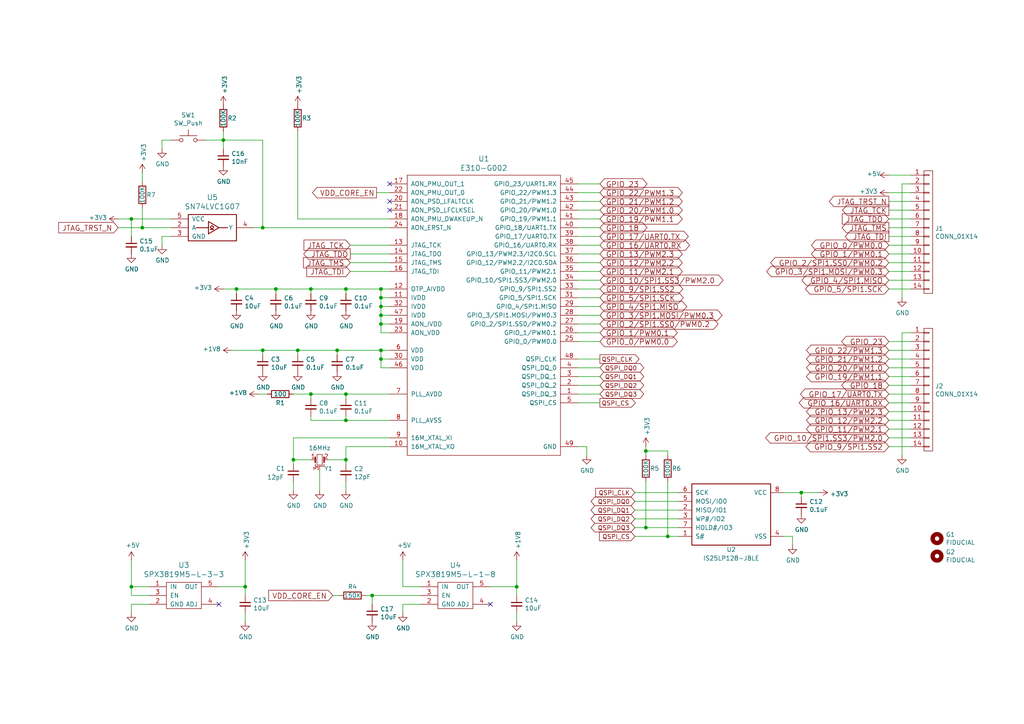
<source format=kicad_sch>
(kicad_sch (version 20250114) (generator "eeschema") (generator_version "9.0")
  (paper "A4")
  (title_block (title "LoFive") (rev "1") (company "QWERTY Embedded Design, LLC"))
  (lib_symbols
    (symbol "Switch:SW_Push" (pin_numbers (hide yes)) (pin_names (offset 1.016) (hide yes))
      (property "Reference" "SW" (at 1.27 2.54 0))
      (property "Value" "SW_Push" (at 0 -1.524 0))
      (symbol "SW_Push_0_1"
        (circle (center -2.032 0) (radius 0.508))
        (polyline (pts (xy 0 1.27) (xy 0 3.048)))
        (circle (center 2.032 0) (radius 0.508))
        (polyline (pts (xy 2.54 1.27) (xy -2.54 1.27)))
        (pin passive line (at -5.08 0 0) (length 2.54) (name "1") (number "1"))
        (pin passive line (at 5.08 0 180) (length 2.54) (name "2") (number "2"))
      )
    )
    (symbol "device:C_Small" (pin_numbers (hide yes)) (pin_names (offset 0.254) (hide yes))
      (property "Reference" "C" (at 0.254 1.778 0))
      (property "Value" "device_C_Small" (at 0.254 -2.032 0))
      (symbol "C_Small_0_1"
        (polyline (pts (xy -1.524 0.508) (xy 1.524 0.508)) (stroke (width 0.3048)))
        (polyline (pts (xy -1.524 -0.508) (xy 1.524 -0.508)) (stroke (width 0.3302)))
      )
      (symbol "C_Small_1_1"
        (pin passive line (at 0 2.54 270) (length 2.032) (name "~") (number "1"))
        (pin passive line (at 0 -2.54 90) (length 2.032) (name "~") (number "2"))
      )
    )
    (symbol "device:R" (pin_numbers (hide yes)) (pin_names (offset 0))
      (property "Reference" "R" (at 2.032 0 90))
      (property "Value" "device_R" (at 0 0 90))
      (symbol "R_0_1"
        (rectangle (start -1.016 -2.54) (end 1.016 2.54) (stroke (width 0.254)))
      )
      (symbol "R_1_1"
        (pin passive line (at 0 3.81 270) (length 1.27) (name "~") (number "1"))
        (pin passive line (at 0 -3.81 90) (length 1.27) (name "~") (number "2"))
      )
    )
    (symbol "e310-g000:E310-G002" (pin_names (offset 1.016))
      (property "Reference" "U" (at -5.08 35.56 0))
      (property "Value" "E310-G002" (at -1.27 -49.53 0))
      (symbol "E310-G002_0_1"
        (rectangle (start -24.13 33.02) (end 20.32 -48.26))
      )
      (symbol "E310-G002_1_1"
        (pin power_out line (at -29.21 30.48 0) (length 5.08) (name "AON_PMU_OUT_1") (number "17"))
        (pin power_out line (at -29.21 27.94 0) (length 5.08) (name "AON_PMU_OUT_0") (number "22"))
        (pin input line (at -29.21 25.4 0) (length 5.08) (name "AON_PSD_LFALTCLK") (number "20"))
        (pin input line (at -29.21 22.86 0) (length 5.08) (name "AON_PSD_LFCLKSEL") (number "21"))
        (pin input line (at -29.21 20.32 0) (length 5.08) (name "AON_PMU_DWAKEUP_N") (number "18"))
        (pin input line (at -29.21 17.78 0) (length 5.08) (name "AON_ERST_N") (number "24"))
        (pin input line (at -29.21 12.7 0) (length 5.08) (name "JTAG_TCK") (number "13"))
        (pin output line (at -29.21 10.16 0) (length 5.08) (name "JTAG_TDO") (number "14"))
        (pin input line (at -29.21 7.62 0) (length 5.08) (name "JTAG_TMS") (number "15"))
        (pin input line (at -29.21 5.08 0) (length 5.08) (name "JTAG_TDI") (number "16"))
        (pin power_in line (at -29.21 0 0) (length 5.08) (name "OTP_AIVDD") (number "12"))
        (pin power_in line (at -29.21 -2.54 0) (length 5.08) (name "IVDD") (number "11"))
        (pin power_in line (at -29.21 -5.08 0) (length 5.08) (name "IVDD") (number "32"))
        (pin power_in line (at -29.21 -7.62 0) (length 5.08) (name "IVDD") (number "47"))
        (pin power_in line (at -29.21 -10.16 0) (length 5.08) (name "AON_IVDD") (number "19"))
        (pin power_in line (at -29.21 -12.7 0) (length 5.08) (name "AON_VDD") (number "23"))
        (pin power_in line (at -29.21 -17.78 0) (length 5.08) (name "VDD") (number "6"))
        (pin power_in line (at -29.21 -20.32 0) (length 5.08) (name "VDD") (number "30"))
        (pin power_in line (at -29.21 -22.86 0) (length 5.08) (name "VDD") (number "46"))
        (pin power_in line (at -29.21 -30.48 0) (length 5.08) (name "PLL_AVDD") (number "7"))
        (pin power_in line (at -29.21 -38.1 0) (length 5.08) (name "PLL_AVSS") (number "8"))
        (pin input line (at -29.21 -43.18 0) (length 5.08) (name "16M_XTAL_XI") (number "9"))
        (pin output line (at -29.21 -45.72 0) (length 5.08) (name "16M_XTAL_XO") (number "10"))
        (pin bidirectional line (at 25.4 30.48 180) (length 5.08) (name "GPIO_23/UART1.RX") (number "45"))
        (pin bidirectional line (at 25.4 27.94 180) (length 5.08) (name "GPIO_22/PWM1.3") (number "44"))
        (pin bidirectional line (at 25.4 25.4 180) (length 5.08) (name "GPIO_21/PWM1.2") (number "43"))
        (pin bidirectional line (at 25.4 22.86 180) (length 5.08) (name "GPIO_20/PWM1.0") (number "42"))
        (pin bidirectional line (at 25.4 20.32 180) (length 5.08) (name "GPIO_19/PWM1.1") (number "41"))
        (pin bidirectional line (at 25.4 17.78 180) (length 5.08) (name "GPIO_18/UART1.TX") (number "40"))
        (pin bidirectional line (at 25.4 15.24 180) (length 5.08) (name "GPIO_17/UART0.TX") (number "39"))
        (pin bidirectional line (at 25.4 12.7 180) (length 5.08) (name "GPIO_16/UART0.RX") (number "38"))
        (pin bidirectional line (at 25.4 10.16 180) (length 5.08) (name "GPIO_13/PWM2.3/I2C0.SCL") (number "37"))
        (pin bidirectional line (at 25.4 7.62 180) (length 5.08) (name "GPIO_12/PWM2.2/I2C0.SDA") (number "36"))
        (pin bidirectional line (at 25.4 5.08 180) (length 5.08) (name "GPIO_11/PWM2.1") (number "35"))
        (pin bidirectional line (at 25.4 2.54 180) (length 5.08) (name "GPIO_10/SPI1.SS3/PWM2.0") (number "34"))
        (pin bidirectional line (at 25.4 0 180) (length 5.08) (name "GPIO_9/SPI1.SS2") (number "33"))
        (pin bidirectional line (at 25.4 -2.54 180) (length 5.08) (name "GPIO_5/SPI1.SCK") (number "31"))
        (pin bidirectional line (at 25.4 -5.08 180) (length 5.08) (name "GPIO_4/SPI1.MISO") (number "29"))
        (pin bidirectional line (at 25.4 -7.62 180) (length 5.08) (name "GPIO_3/SPI1.MOSI/PWM0.3") (number "28"))
        (pin bidirectional line (at 25.4 -10.16 180) (length 5.08) (name "GPIO_2/SPI1.SS0/PWM0.2") (number "27"))
        (pin bidirectional line (at 25.4 -12.7 180) (length 5.08) (name "GPIO_1/PWM0.1") (number "26"))
        (pin bidirectional line (at 25.4 -15.24 180) (length 5.08) (name "GPIO_0/PWM0.0") (number "25"))
        (pin output line (at 25.4 -20.32 180) (length 5.08) (name "QSPI_CLK") (number "48"))
        (pin bidirectional line (at 25.4 -22.86 180) (length 5.08) (name "QSPI_DQ_0") (number "4"))
        (pin bidirectional line (at 25.4 -25.4 180) (length 5.08) (name "QSPI_DQ_1") (number "3"))
        (pin bidirectional line (at 25.4 -27.94 180) (length 5.08) (name "QSPI_DQ_2") (number "2"))
        (pin bidirectional line (at 25.4 -30.48 180) (length 5.08) (name "QSPI_DQ_3") (number "1"))
        (pin output line (at 25.4 -33.02 180) (length 5.08) (name "QSPI_CS") (number "5"))
        (pin power_in line (at 25.4 -45.72 180) (length 5.08) (name "GND") (number "49"))
      )
    )
    (symbol "is25lp128:IS25LP128" (pin_names (offset 1.016))
      (property "Reference" "U" (at -10.16 10.16 0))
      (property "Value" "IS25LP128" (at 7.62 -10.16 0))
      (symbol "IS25LP128_0_1"
        (rectangle (start -11.43 8.89) (end 11.43 -8.89) (stroke (width 0.254)))
      )
      (symbol "IS25LP128_1_1"
        (pin power_in line (at -15.24 6.35 0) (length 3.81) (name "VCC") (number "8"))
        (pin power_in line (at -15.24 -6.35 0) (length 3.81) (name "VSS") (number "4"))
        (pin input line (at 15.24 6.35 180) (length 3.81) (name "SCK") (number "6"))
        (pin bidirectional line (at 15.24 3.81 180) (length 3.81) (name "MOSI/IO0") (number "5"))
        (pin bidirectional line (at 15.24 1.27 180) (length 3.81) (name "MISO/IO1") (number "2"))
        (pin bidirectional line (at 15.24 -1.27 180) (length 3.81) (name "WP#/IO2") (number "3"))
        (pin bidirectional line (at 15.24 -3.81 180) (length 3.81) (name "HOLD#/IO3") (number "7"))
        (pin input line (at 15.24 -6.35 180) (length 3.81) (name "S#") (number "1"))
      )
    )
    (symbol "lofive-rescue:+1V8" (power) (pin_names (offset 0))
      (property "Value" "+1V8" (at 0 3.556 0))
      (symbol "+1V8_0_1"
        (polyline (pts (xy -0.762 1.27) (xy 0 2.54)))
        (polyline (pts (xy 0 2.54) (xy 0.762 1.27)))
        (polyline (pts (xy 0 0) (xy 0 2.54)))
      )
      (symbol "+1V8_1_1"
        (pin power_in line (at 0 0 90) (length 0) (hide yes) (name "+1V8") (number "1"))
      )
    )
    (symbol "lofive-rescue:+3V3" (power) (pin_names (offset 0))
      (property "Value" "+3V3" (at 0 3.556 0))
      (symbol "+3V3_0_1"
        (polyline (pts (xy -0.762 1.27) (xy 0 2.54)))
        (polyline (pts (xy 0 2.54) (xy 0.762 1.27)))
        (polyline (pts (xy 0 0) (xy 0 2.54)))
      )
      (symbol "+3V3_1_1"
        (pin power_in line (at 0 0 90) (length 0) (hide yes) (name "+3V3") (number "1"))
      )
    )
    (symbol "lofive-rescue:+5V" (power) (pin_names (offset 0))
      (property "Value" "+5V" (at 0 3.556 0))
      (symbol "+5V_0_1"
        (polyline (pts (xy -0.762 1.27) (xy 0 2.54)))
        (polyline (pts (xy 0 2.54) (xy 0.762 1.27)))
        (polyline (pts (xy 0 0) (xy 0 2.54)))
      )
      (symbol "+5V_1_1"
        (pin power_in line (at 0 0 90) (length 0) (hide yes) (name "+5V") (number "1"))
      )
    )
    (symbol "lofive-rescue:CONN_01X14" (pin_names (offset 1.016) (hide yes))
      (property "Reference" "J" (at 0 19.05 0))
      (property "Value" "CONN_01X14" (at 2.54 0 90))
      (symbol "CONN_01X14_0_1"
        (rectangle (start -1.27 17.78) (end 1.27 -17.78))
        (rectangle (start -1.27 16.637) (end 0.254 16.383))
        (rectangle (start -1.27 14.097) (end 0.254 13.843))
        (rectangle (start -1.27 11.557) (end 0.254 11.303))
        (rectangle (start -1.27 9.017) (end 0.254 8.763))
        (rectangle (start -1.27 6.477) (end 0.254 6.223))
        (rectangle (start -1.27 3.937) (end 0.254 3.683))
        (rectangle (start -1.27 1.397) (end 0.254 1.143))
        (rectangle (start -1.27 -1.143) (end 0.254 -1.397))
        (rectangle (start -1.27 -3.683) (end 0.254 -3.937))
        (rectangle (start -1.27 -6.223) (end 0.254 -6.477))
        (rectangle (start -1.27 -8.763) (end 0.254 -9.017))
        (rectangle (start -1.27 -11.303) (end 0.254 -11.557))
        (rectangle (start -1.27 -13.843) (end 0.254 -14.097))
        (rectangle (start -1.27 -16.383) (end 0.254 -16.637))
      )
      (symbol "CONN_01X14_1_1"
        (pin passive line (at -5.08 16.51 0) (length 3.81) (name "P1") (number "1"))
        (pin passive line (at -5.08 13.97 0) (length 3.81) (name "P2") (number "2"))
        (pin passive line (at -5.08 11.43 0) (length 3.81) (name "P3") (number "3"))
        (pin passive line (at -5.08 8.89 0) (length 3.81) (name "P4") (number "4"))
        (pin passive line (at -5.08 6.35 0) (length 3.81) (name "P5") (number "5"))
        (pin passive line (at -5.08 3.81 0) (length 3.81) (name "P6") (number "6"))
        (pin passive line (at -5.08 1.27 0) (length 3.81) (name "P7") (number "7"))
        (pin passive line (at -5.08 -1.27 0) (length 3.81) (name "P8") (number "8"))
        (pin passive line (at -5.08 -3.81 0) (length 3.81) (name "P9") (number "9"))
        (pin passive line (at -5.08 -6.35 0) (length 3.81) (name "P10") (number "10"))
        (pin passive line (at -5.08 -8.89 0) (length 3.81) (name "P11") (number "11"))
        (pin passive line (at -5.08 -11.43 0) (length 3.81) (name "P12") (number "12"))
        (pin passive line (at -5.08 -13.97 0) (length 3.81) (name "P13") (number "13"))
        (pin passive line (at -5.08 -16.51 0) (length 3.81) (name "P14") (number "14"))
      )
    )
    (symbol "lofive-rescue:C_Small" (pin_numbers (hide yes)) (pin_names (offset 0.254) (hide yes))
      (property "Reference" "C" (at 0.254 1.778 0))
      (property "Value" "C_Small" (at 0.254 -2.032 0))
      (symbol "C_Small_0_1"
        (polyline (pts (xy -1.524 0.508) (xy 1.524 0.508)) (stroke (width 0.3048)))
        (polyline (pts (xy -1.524 -0.508) (xy 1.524 -0.508)) (stroke (width 0.3302)))
      )
      (symbol "C_Small_1_1"
        (pin passive line (at 0 2.54 270) (length 2.032) (name "~") (number "1"))
        (pin passive line (at 0 -2.54 90) (length 2.032) (name "~") (number "2"))
      )
    )
    (symbol "lofive-rescue:Crystal_GND3_Small" (pin_names (offset 1.016) (hide yes))
      (property "Reference" "Y" (at 0 5.08 0))
      (property "Value" "Crystal_GND3_Small" (at 0 3.175 0))
      (symbol "Crystal_GND3_Small_0_1"
        (polyline (pts (xy -1.27 -0.762) (xy -1.27 0.762)) (stroke (width 0.381)))
        (polyline (pts (xy -1.27 -1.27) (xy -1.27 -1.905) (xy 1.27 -1.905) (xy 1.27 -1.27)))
        (rectangle (start -0.762 -1.524) (end 0.762 1.524))
        (polyline (pts (xy 1.27 -0.762) (xy 1.27 0.762)) (stroke (width 0.381)))
      )
      (symbol "Crystal_GND3_Small_1_1"
        (pin passive line (at -2.54 0 0) (length 1.27) (name "1") (number "1"))
        (pin passive line (at 0 -3.175 90) (length 1.27) (name "3") (number "3"))
        (pin passive line (at 2.54 0 180) (length 1.27) (name "2") (number "2"))
      )
    )
    (symbol "lofive-rescue:GND" (power) (pin_names (offset 0))
      (property "Value" "GND" (at 0 -3.81 0))
      (symbol "GND_0_1"
        (polyline (pts (xy 0 0) (xy 0 -1.27) (xy 1.27 -1.27) (xy 0 -2.54) (xy -1.27 -1.27) (xy 0 -1.27)))
      )
      (symbol "GND_1_1"
        (pin power_in line (at 0 0 270) (length 0) (hide yes) (name "GND") (number "1"))
      )
    )
    (symbol "lofive-rescue:Mounting_Hole" (pin_names (offset 1.016))
      (property "Reference" "MK" (at 0 5.08 0))
      (property "Value" "Mounting_Hole" (at 0 3.175 0))
      (symbol "Mounting_Hole_0_1"
        (circle (center 0 0) (radius 1.27) (stroke (width 1.27)))
      )
    )
    (symbol "lofive-rescue:R" (pin_numbers (hide yes)) (pin_names (offset 0))
      (property "Reference" "R" (at 2.032 0 90))
      (property "Value" "R" (at 0 0 90))
      (symbol "R_0_1"
        (rectangle (start -1.016 -2.54) (end 1.016 2.54) (stroke (width 0.254)))
      )
      (symbol "R_1_1"
        (pin passive line (at 0 3.81 270) (length 1.27) (name "~") (number "1"))
        (pin passive line (at 0 -3.81 90) (length 1.27) (name "~") (number "2"))
      )
    )
    (symbol "sn74lvc1g07:SN74LVC1G07" (pin_names (offset 1.016))
      (property "Reference" "U" (at -6.35 5.08 0))
      (property "Value" "SN74LVC1G07" (at 0 -5.08 0))
      (symbol "SN74LVC1G07_0_1"
        (rectangle (start -7.62 -3.81) (end 6.35 3.81) (stroke (width 0.254)))
        (polyline (pts (xy -1.778 0) (xy -5.334 0)) (stroke (width 0.254)))
        (polyline (pts (xy -1.778 -1.778) (xy -1.778 1.778) (xy 1.27 0) (xy -1.778 -1.778)) (stroke (width 0.254)))
        (polyline (pts (xy -1.27 -0.508) (xy -0.254 -0.508)) (stroke (width 0.254)))
        (polyline (pts (xy -0.762 -0.381) (xy -1.27 0.127) (xy -0.762 0.635) (xy -0.254 0.127) (xy -0.762 -0.381)) (stroke (width 0.254)))
        (polyline (pts (xy 1.27 0) (xy 3.81 0)) (stroke (width 0.254)))
      )
      (symbol "SN74LVC1G07_1_1"
        (pin input line (at -12.7 2.54 0) (length 5.08) (name "VCC") (number "5"))
        (pin input line (at -12.7 0 0) (length 5.08) (name "A") (number "2"))
        (pin input line (at -12.7 -2.54 0) (length 5.08) (name "GND") (number "3"))
        (pin input line (at 11.43 0 180) (length 5.08) (name "Y") (number "4"))
        (pin input line (at 11.43 -2.54 180) (length 5.08) (hide yes) (name "NC") (number "1"))
      )
    )
    (symbol "spx3819:SPX3819" (pin_names (offset 1.016))
      (property "Reference" "U" (at 2.54 0 0))
      (property "Value" "SPX3819" (at 0 -5.08 0))
      (symbol "SPX3819_0_1"
        (rectangle (start -5.08 3.81) (end 5.08 -3.81))
      )
      (symbol "SPX3819_1_1"
        (pin power_in line (at -10.16 2.54 0) (length 5.08) (name "IN") (number "1"))
        (pin input line (at -10.16 0 0) (length 5.08) (name "EN") (number "3"))
        (pin power_in line (at -10.16 -2.54 0) (length 5.08) (name "GND") (number "2"))
        (pin power_out line (at 10.16 2.54 180) (length 5.08) (name "OUT") (number "5"))
        (pin input line (at 10.16 -2.54 180) (length 5.08) (name "ADJ") (number "4"))
      )
    )
  )
  (junction (at 64.77 40.64))
  (junction (at 110.49 86.36))
  (junction (at 100.33 133.35))
  (junction (at 187.325 130.81))
  (junction (at 71.12 170.18))
  (junction (at 187.325 153.035))
  (junction (at 86.36 101.6))
  (junction (at 232.41 142.875))
  (junction (at 38.1 170.18))
  (junction (at 100.33 114.3))
  (junction (at 149.86 170.18))
  (junction (at 80.01 83.82))
  (junction (at 68.58 83.82))
  (junction (at 110.49 101.6))
  (junction (at 193.675 155.575))
  (junction (at 110.49 88.9))
  (junction (at 90.17 83.82))
  (junction (at 100.33 121.92))
  (junction (at 107.95 172.72))
  (junction (at 110.49 104.14))
  (junction (at 90.17 114.3))
  (junction (at 76.2 66.04))
  (junction (at 100.33 83.82))
  (junction (at 110.49 91.44))
  (junction (at 41.275 66.04))
  (junction (at 38.1 63.5))
  (junction (at 110.49 83.82))
  (junction (at 85.09 133.35))
  (junction (at 110.49 93.98))
  (junction (at 97.79 101.6))
  (junction (at 76.2 101.6))
  (no_connect (at 63.5 175.26))
  (no_connect (at 113.03 58.42))
  (no_connect (at 113.03 53.34))
  (no_connect (at 142.24 175.26))
  (no_connect (at 113.03 60.96))
  (wire (pts (xy 85.09 127) (xy 85.09 133.35)))
  (wire (pts (xy 113.03 83.82) (xy 110.49 83.82)))
  (wire (pts (xy 116.84 162.56) (xy 116.84 170.18)))
  (wire (pts (xy 116.84 175.26) (xy 121.92 175.26)))
  (wire (pts (xy 193.675 132.08) (xy 193.675 130.81)))
  (wire (pts (xy 257.81 50.8) (xy 264.16 50.8)))
  (wire (pts (xy 184.15 142.875) (xy 196.85 142.875)))
  (wire (pts (xy 167.64 99.06) (xy 173.99 99.06)))
  (wire (pts (xy 110.49 83.82) (xy 110.49 86.36)))
  (wire (pts (xy 257.81 99.06) (xy 264.16 99.06)))
  (wire (pts (xy 257.81 81.28) (xy 264.16 81.28)))
  (wire (pts (xy 101.6 73.66) (xy 113.03 73.66)))
  (wire (pts (xy 229.87 155.575) (xy 229.87 158.115)))
  (wire (pts (xy 100.33 133.35) (xy 100.33 134.62)))
  (wire (pts (xy 257.81 76.2) (xy 264.16 76.2)))
  (wire (pts (xy 167.64 96.52) (xy 173.99 96.52)))
  (wire (pts (xy 257.81 60.96) (xy 264.16 60.96)))
  (wire (pts (xy 187.325 139.7) (xy 187.325 153.035)))
  (wire (pts (xy 167.64 104.14) (xy 173.99 104.14)))
  (wire (pts (xy 257.81 55.88) (xy 264.16 55.88)))
  (wire (pts (xy 232.41 142.875) (xy 237.49 142.875)))
  (wire (pts (xy 149.86 180.34) (xy 149.86 177.8)))
  (wire (pts (xy 100.33 121.92) (xy 100.33 120.65)))
  (wire (pts (xy 41.275 66.04) (xy 49.53 66.04)))
  (wire (pts (xy 41.275 50.165) (xy 41.275 52.705)))
  (wire (pts (xy 167.64 93.98) (xy 173.99 93.98)))
  (wire (pts (xy 187.325 129.54) (xy 187.325 130.81)))
  (wire (pts (xy 76.2 101.6) (xy 86.36 101.6)))
  (wire (pts (xy 43.18 175.26) (xy 38.1 175.26)))
  (wire (pts (xy 100.33 115.57) (xy 100.33 114.3)))
  (wire (pts (xy 167.64 55.88) (xy 173.99 55.88)))
  (wire (pts (xy 38.1 68.58) (xy 38.1 63.5)))
  (wire (pts (xy 90.17 133.35) (xy 85.09 133.35)))
  (wire (pts (xy 80.01 83.82) (xy 90.17 83.82)))
  (wire (pts (xy 34.29 63.5) (xy 38.1 63.5)))
  (wire (pts (xy 257.81 109.22) (xy 264.16 109.22)))
  (wire (pts (xy 96.52 172.72) (xy 98.425 172.72)))
  (wire (pts (xy 92.71 136.525) (xy 92.71 142.24)))
  (wire (pts (xy 167.64 91.44) (xy 173.99 91.44)))
  (wire (pts (xy 76.2 102.87) (xy 76.2 101.6)))
  (wire (pts (xy 167.64 53.34) (xy 173.99 53.34)))
  (wire (pts (xy 100.33 83.82) (xy 110.49 83.82)))
  (wire (pts (xy 116.84 175.26) (xy 116.84 177.8)))
  (wire (pts (xy 227.33 142.875) (xy 232.41 142.875)))
  (wire (pts (xy 107.95 172.72) (xy 121.92 172.72)))
  (wire (pts (xy 68.58 83.82) (xy 80.01 83.82)))
  (wire (pts (xy 193.675 155.575) (xy 196.85 155.575)))
  (wire (pts (xy 167.64 66.04) (xy 173.99 66.04)))
  (wire (pts (xy 68.58 85.09) (xy 68.58 83.82)))
  (wire (pts (xy 167.64 58.42) (xy 173.99 58.42)))
  (wire (pts (xy 38.1 170.18) (xy 43.18 170.18)))
  (wire (pts (xy 100.33 139.7) (xy 100.33 142.24)))
  (wire (pts (xy 257.81 127) (xy 264.16 127)))
  (wire (pts (xy 49.53 40.64) (xy 46.99 40.64)))
  (wire (pts (xy 257.81 121.92) (xy 264.16 121.92)))
  (wire (pts (xy 167.64 129.54) (xy 170.18 129.54)))
  (wire (pts (xy 257.81 83.82) (xy 264.16 83.82)))
  (wire (pts (xy 101.6 71.12) (xy 113.03 71.12)))
  (wire (pts (xy 193.675 139.7) (xy 193.675 155.575)))
  (wire (pts (xy 110.49 96.52) (xy 110.49 93.98)))
  (wire (pts (xy 257.81 101.6) (xy 264.16 101.6)))
  (wire (pts (xy 67.31 101.6) (xy 76.2 101.6)))
  (wire (pts (xy 64.77 83.82) (xy 68.58 83.82)))
  (wire (pts (xy 110.49 106.68) (xy 113.03 106.68)))
  (wire (pts (xy 90.17 83.82) (xy 100.33 83.82)))
  (wire (pts (xy 64.77 38.1) (xy 64.77 40.64)))
  (wire (pts (xy 71.12 170.18) (xy 71.12 172.72)))
  (wire (pts (xy 167.64 111.76) (xy 173.99 111.76)))
  (wire (pts (xy 257.81 124.46) (xy 264.16 124.46)))
  (wire (pts (xy 149.86 170.18) (xy 149.86 172.72)))
  (wire (pts (xy 110.49 104.14) (xy 113.03 104.14)))
  (wire (pts (xy 110.49 93.98) (xy 113.03 93.98)))
  (wire (pts (xy 85.09 133.35) (xy 85.09 134.62)))
  (wire (pts (xy 110.49 101.6) (xy 110.49 104.14)))
  (wire (pts (xy 90.17 114.3) (xy 90.17 115.57)))
  (wire (pts (xy 261.62 53.34) (xy 261.62 86.36)))
  (wire (pts (xy 63.5 170.18) (xy 71.12 170.18)))
  (wire (pts (xy 167.64 106.68) (xy 173.99 106.68)))
  (wire (pts (xy 257.81 68.58) (xy 264.16 68.58)))
  (wire (pts (xy 232.41 144.145) (xy 232.41 142.875)))
  (wire (pts (xy 110.49 88.9) (xy 113.03 88.9)))
  (wire (pts (xy 100.33 129.54) (xy 100.33 133.35)))
  (wire (pts (xy 90.17 120.65) (xy 90.17 121.92)))
  (wire (pts (xy 167.64 73.66) (xy 173.99 73.66)))
  (wire (pts (xy 59.69 40.64) (xy 64.77 40.64)))
  (wire (pts (xy 86.36 102.87) (xy 86.36 101.6)))
  (wire (pts (xy 85.09 127) (xy 113.03 127)))
  (wire (pts (xy 113.03 55.88) (xy 109.22 55.88)))
  (wire (pts (xy 142.24 170.18) (xy 149.86 170.18)))
  (wire (pts (xy 110.49 86.36) (xy 110.49 88.9)))
  (wire (pts (xy 106.045 172.72) (xy 107.95 172.72)))
  (wire (pts (xy 113.03 96.52) (xy 110.49 96.52)))
  (wire (pts (xy 73.66 66.04) (xy 76.2 66.04)))
  (wire (pts (xy 167.64 81.28) (xy 173.99 81.28)))
  (wire (pts (xy 257.81 104.14) (xy 264.16 104.14)))
  (wire (pts (xy 167.64 71.12) (xy 173.99 71.12)))
  (wire (pts (xy 184.15 147.955) (xy 196.85 147.955)))
  (wire (pts (xy 64.77 40.64) (xy 64.77 43.18)))
  (wire (pts (xy 257.81 58.42) (xy 264.16 58.42)))
  (wire (pts (xy 101.6 76.2) (xy 113.03 76.2)))
  (wire (pts (xy 184.15 153.035) (xy 187.325 153.035)))
  (wire (pts (xy 90.17 121.92) (xy 100.33 121.92)))
  (wire (pts (xy 100.33 129.54) (xy 113.03 129.54)))
  (wire (pts (xy 110.49 91.44) (xy 113.03 91.44)))
  (wire (pts (xy 187.325 153.035) (xy 196.85 153.035)))
  (wire (pts (xy 167.64 86.36) (xy 173.99 86.36)))
  (wire (pts (xy 257.81 78.74) (xy 264.16 78.74)))
  (wire (pts (xy 257.81 73.66) (xy 264.16 73.66)))
  (wire (pts (xy 46.99 68.58) (xy 46.99 71.12)))
  (wire (pts (xy 41.275 60.325) (xy 41.275 66.04)))
  (wire (pts (xy 167.64 88.9) (xy 173.99 88.9)))
  (wire (pts (xy 184.15 155.575) (xy 193.675 155.575)))
  (wire (pts (xy 85.09 139.7) (xy 85.09 142.24)))
  (wire (pts (xy 167.64 60.96) (xy 173.99 60.96)))
  (wire (pts (xy 71.12 180.34) (xy 71.12 177.8)))
  (wire (pts (xy 257.81 111.76) (xy 264.16 111.76)))
  (wire (pts (xy 90.17 114.3) (xy 100.33 114.3)))
  (wire (pts (xy 110.49 86.36) (xy 113.03 86.36)))
  (wire (pts (xy 95.25 133.35) (xy 100.33 133.35)))
  (wire (pts (xy 74.93 114.3) (xy 77.47 114.3)))
  (wire (pts (xy 227.33 155.575) (xy 229.87 155.575)))
  (wire (pts (xy 257.81 114.3) (xy 264.16 114.3)))
  (wire (pts (xy 257.81 66.04) (xy 264.16 66.04)))
  (wire (pts (xy 110.49 104.14) (xy 110.49 106.68)))
  (wire (pts (xy 107.95 175.26) (xy 107.95 172.72)))
  (wire (pts (xy 257.81 63.5) (xy 264.16 63.5)))
  (wire (pts (xy 90.17 85.09) (xy 90.17 83.82)))
  (wire (pts (xy 64.77 40.64) (xy 76.2 40.64)))
  (wire (pts (xy 38.1 162.56) (xy 38.1 170.18)))
  (wire (pts (xy 193.675 130.81) (xy 187.325 130.81)))
  (wire (pts (xy 97.79 101.6) (xy 110.49 101.6)))
  (wire (pts (xy 49.53 68.58) (xy 46.99 68.58)))
  (wire (pts (xy 85.09 114.3) (xy 90.17 114.3)))
  (wire (pts (xy 110.49 88.9) (xy 110.49 91.44)))
  (wire (pts (xy 46.99 40.64) (xy 46.99 43.18)))
  (wire (pts (xy 100.33 114.3) (xy 113.03 114.3)))
  (wire (pts (xy 167.64 114.3) (xy 173.99 114.3)))
  (wire (pts (xy 257.81 71.12) (xy 264.16 71.12)))
  (wire (pts (xy 80.01 85.09) (xy 80.01 83.82)))
  (wire (pts (xy 86.36 38.1) (xy 86.36 63.5)))
  (wire (pts (xy 261.62 132.08) (xy 261.62 96.52)))
  (wire (pts (xy 170.18 129.54) (xy 170.18 132.08)))
  (wire (pts (xy 97.79 102.87) (xy 97.79 101.6)))
  (wire (pts (xy 110.49 101.6) (xy 113.03 101.6)))
  (wire (pts (xy 257.81 106.68) (xy 264.16 106.68)))
  (wire (pts (xy 149.86 162.56) (xy 149.86 170.18)))
  (wire (pts (xy 76.2 66.04) (xy 113.03 66.04)))
  (wire (pts (xy 167.64 78.74) (xy 173.99 78.74)))
  (wire (pts (xy 167.64 63.5) (xy 173.99 63.5)))
  (wire (pts (xy 257.81 116.84) (xy 264.16 116.84)))
  (wire (pts (xy 167.64 76.2) (xy 173.99 76.2)))
  (wire (pts (xy 110.49 93.98) (xy 110.49 91.44)))
  (wire (pts (xy 71.12 162.56) (xy 71.12 170.18)))
  (wire (pts (xy 38.1 170.18) (xy 38.1 172.72)))
  (wire (pts (xy 261.62 96.52) (xy 264.16 96.52)))
  (wire (pts (xy 100.33 121.92) (xy 113.03 121.92)))
  (wire (pts (xy 167.64 83.82) (xy 173.99 83.82)))
  (wire (pts (xy 116.84 170.18) (xy 121.92 170.18)))
  (wire (pts (xy 38.1 175.26) (xy 38.1 177.8)))
  (wire (pts (xy 167.64 116.84) (xy 173.99 116.84)))
  (wire (pts (xy 264.16 53.34) (xy 261.62 53.34)))
  (wire (pts (xy 86.36 101.6) (xy 97.79 101.6)))
  (wire (pts (xy 38.1 172.72) (xy 43.18 172.72)))
  (wire (pts (xy 100.33 85.09) (xy 100.33 83.82)))
  (wire (pts (xy 187.325 130.81) (xy 187.325 132.08)))
  (wire (pts (xy 38.1 63.5) (xy 49.53 63.5)))
  (wire (pts (xy 34.29 66.04) (xy 41.275 66.04)))
  (wire (pts (xy 257.81 119.38) (xy 264.16 119.38)))
  (wire (pts (xy 101.6 78.74) (xy 113.03 78.74)))
  (wire (pts (xy 257.81 129.54) (xy 264.16 129.54)))
  (wire (pts (xy 184.15 150.495) (xy 196.85 150.495)))
  (wire (pts (xy 167.64 68.58) (xy 173.99 68.58)))
  (wire (pts (xy 76.2 40.64) (xy 76.2 66.04)))
  (wire (pts (xy 86.36 63.5) (xy 113.03 63.5)))
  (wire (pts (xy 184.15 145.415) (xy 196.85 145.415)))
  (wire (pts (xy 167.64 109.22) (xy 173.99 109.22)))
  (global_label "GPIO_3/SPI1.MOSI/PWM0.3" (shape bidirectional) (at 173.99 91.44 0) (effects (font (size 1.524 1.524))) (property "Intersheetrefs" "${INTERSHEET_REFS}" (effects (hide yes))))
  (global_label "GPIO_23" (shape bidirectional) (at 173.99 53.34 0) (effects (font (size 1.524 1.524))) (property "Intersheetrefs" "${INTERSHEET_REFS}" (effects (hide yes))))
  (global_label "GPIO_18" (shape bidirectional) (at 257.81 111.76 180) (effects (font (size 1.524 1.524))) (property "Intersheetrefs" "${INTERSHEET_REFS}" (effects (hide yes))))
  (global_label "GPIO_16/UART0.RX" (shape bidirectional) (at 173.99 71.12 0) (effects (font (size 1.524 1.524))) (property "Intersheetrefs" "${INTERSHEET_REFS}" (effects (hide yes))))
  (global_label "GPIO_12/PWM2.2" (shape bidirectional) (at 173.99 76.2 0) (effects (font (size 1.524 1.524))) (property "Intersheetrefs" "${INTERSHEET_REFS}" (effects (hide yes))))
  (global_label "GPIO_22/PWM1.3" (shape bidirectional) (at 173.99 55.88 0) (effects (font (size 1.524 1.524))) (property "Intersheetrefs" "${INTERSHEET_REFS}" (effects (hide yes))))
  (global_label "GPIO_4/SPI1.MISO" (shape bidirectional) (at 257.81 81.28 180) (effects (font (size 1.524 1.524))) (property "Intersheetrefs" "${INTERSHEET_REFS}" (effects (hide yes))))
  (global_label "GPIO_23" (shape bidirectional) (at 257.81 99.06 180) (effects (font (size 1.524 1.524))) (property "Intersheetrefs" "${INTERSHEET_REFS}" (effects (hide yes))))
  (global_label "GPIO_2/SPI1.SS0/PWM0.2" (shape bidirectional) (at 257.81 76.2 180) (effects (font (size 1.524 1.524))) (property "Intersheetrefs" "${INTERSHEET_REFS}" (effects (hide yes))))
  (global_label "GPIO_9/SPI1.SS2" (shape bidirectional) (at 173.99 83.82 0) (effects (font (size 1.524 1.524))) (property "Intersheetrefs" "${INTERSHEET_REFS}" (effects (hide yes))))
  (global_label "QSPI_DQ2" (shape bidirectional) (at 173.99 111.76 0) (property "Intersheetrefs" "${INTERSHEET_REFS}" (effects (hide yes))))
  (global_label "QSPI_DQ1" (shape bidirectional) (at 184.15 147.955 180) (property "Intersheetrefs" "${INTERSHEET_REFS}" (effects (hide yes))))
  (global_label "GPIO_19/PWM1.1" (shape bidirectional) (at 257.81 109.22 180) (effects (font (size 1.524 1.524))) (property "Intersheetrefs" "${INTERSHEET_REFS}" (effects (hide yes))))
  (global_label "GPIO_3/SPI1.MOSI/PWM0.3" (shape bidirectional) (at 257.81 78.74 180) (effects (font (size 1.524 1.524))) (property "Intersheetrefs" "${INTERSHEET_REFS}" (effects (hide yes))))
  (global_label "QSPI_CLK" (shape input) (at 184.15 142.875 180) (property "Intersheetrefs" "${INTERSHEET_REFS}" (effects (hide yes))))
  (global_label "GPIO_2/SPI1.SS0/PWM0.2" (shape bidirectional) (at 173.99 93.98 0) (effects (font (size 1.524 1.524))) (property "Intersheetrefs" "${INTERSHEET_REFS}" (effects (hide yes))))
  (global_label "JTAG_TMS" (shape input) (at 101.6 76.2 180) (effects (font (size 1.524 1.524))) (property "Intersheetrefs" "${INTERSHEET_REFS}" (effects (hide yes))))
  (global_label "GPIO_20/PWM1.0" (shape bidirectional) (at 257.81 106.68 180) (effects (font (size 1.524 1.524))) (property "Intersheetrefs" "${INTERSHEET_REFS}" (effects (hide yes))))
  (global_label "JTAG_TDO" (shape input) (at 257.81 63.5 180) (effects (font (size 1.524 1.524))) (property "Intersheetrefs" "${INTERSHEET_REFS}" (effects (hide yes))))
  (global_label "GPIO_11/PWM2.1" (shape bidirectional) (at 257.81 124.46 180) (effects (font (size 1.524 1.524))) (property "Intersheetrefs" "${INTERSHEET_REFS}" (effects (hide yes))))
  (global_label "GPIO_0/PWM0.0" (shape bidirectional) (at 173.99 99.06 0) (effects (font (size 1.524 1.524))) (property "Intersheetrefs" "${INTERSHEET_REFS}" (effects (hide yes))))
  (global_label "QSPI_CS" (shape input) (at 184.15 155.575 180) (property "Intersheetrefs" "${INTERSHEET_REFS}" (effects (hide yes))))
  (global_label "JTAG_TDI" (shape input) (at 101.6 78.74 180) (effects (font (size 1.524 1.524))) (property "Intersheetrefs" "${INTERSHEET_REFS}" (effects (hide yes))))
  (global_label "GPIO_0/PWM0.0" (shape bidirectional) (at 257.81 71.12 180) (effects (font (size 1.524 1.524))) (property "Intersheetrefs" "${INTERSHEET_REFS}" (effects (hide yes))))
  (global_label "JTAG_TRST_N" (shape input) (at 34.29 66.04 180) (effects (font (size 1.524 1.524))) (property "Intersheetrefs" "${INTERSHEET_REFS}" (effects (hide yes))))
  (global_label "GPIO_4/SPI1.MISO" (shape bidirectional) (at 173.99 88.9 0) (effects (font (size 1.524 1.524))) (property "Intersheetrefs" "${INTERSHEET_REFS}" (effects (hide yes))))
  (global_label "QSPI_CLK" (shape output) (at 173.99 104.14 0) (property "Intersheetrefs" "${INTERSHEET_REFS}" (effects (hide yes))))
  (global_label "GPIO_5/SPI1.SCK" (shape bidirectional) (at 173.99 86.36 0) (effects (font (size 1.524 1.524))) (property "Intersheetrefs" "${INTERSHEET_REFS}" (effects (hide yes))))
  (global_label "GPIO_1/PWM0.1" (shape bidirectional) (at 257.81 73.66 180) (effects (font (size 1.524 1.524))) (property "Intersheetrefs" "${INTERSHEET_REFS}" (effects (hide yes))))
  (global_label "QSPI_DQ3" (shape bidirectional) (at 173.99 114.3 0) (property "Intersheetrefs" "${INTERSHEET_REFS}" (effects (hide yes))))
  (global_label "JTAG_TDO" (shape output) (at 101.6 73.66 180) (effects (font (size 1.524 1.524))) (property "Intersheetrefs" "${INTERSHEET_REFS}" (effects (hide yes))))
  (global_label "GPIO_21/PWM1.2" (shape bidirectional) (at 173.99 58.42 0) (effects (font (size 1.524 1.524))) (property "Intersheetrefs" "${INTERSHEET_REFS}" (effects (hide yes))))
  (global_label "GPIO_9/SPI1.SS2" (shape bidirectional) (at 257.81 129.54 180) (effects (font (size 1.524 1.524))) (property "Intersheetrefs" "${INTERSHEET_REFS}" (effects (hide yes))))
  (global_label "GPIO_5/SPI1.SCK" (shape bidirectional) (at 257.81 83.82 180) (effects (font (size 1.524 1.524))) (property "Intersheetrefs" "${INTERSHEET_REFS}" (effects (hide yes))))
  (global_label "GPIO_11/PWM2.1" (shape bidirectional) (at 173.99 78.74 0) (effects (font (size 1.524 1.524))) (property "Intersheetrefs" "${INTERSHEET_REFS}" (effects (hide yes))))
  (global_label "JTAG_TDI" (shape output) (at 257.81 68.58 180) (effects (font (size 1.524 1.524))) (property "Intersheetrefs" "${INTERSHEET_REFS}" (effects (hide yes))))
  (global_label "GPIO_18" (shape bidirectional) (at 173.99 66.04 0) (effects (font (size 1.524 1.524))) (property "Intersheetrefs" "${INTERSHEET_REFS}" (effects (hide yes))))
  (global_label "GPIO_13/PWM2.3" (shape bidirectional) (at 173.99 73.66 0) (effects (font (size 1.524 1.524))) (property "Intersheetrefs" "${INTERSHEET_REFS}" (effects (hide yes))))
  (global_label "QSPI_CS" (shape output) (at 173.99 116.84 0) (property "Intersheetrefs" "${INTERSHEET_REFS}" (effects (hide yes))))
  (global_label "GPIO_13/PWM2.3" (shape bidirectional) (at 257.81 119.38 180) (effects (font (size 1.524 1.524))) (property "Intersheetrefs" "${INTERSHEET_REFS}" (effects (hide yes))))
  (global_label "QSPI_DQ1" (shape bidirectional) (at 173.99 109.22 0) (property "Intersheetrefs" "${INTERSHEET_REFS}" (effects (hide yes))))
  (global_label "GPIO_17/UART0.TX" (shape bidirectional) (at 257.81 114.3 180) (effects (font (size 1.524 1.524))) (property "Intersheetrefs" "${INTERSHEET_REFS}" (effects (hide yes))))
  (global_label "GPIO_21/PWM1.2" (shape bidirectional) (at 257.81 104.14 180) (effects (font (size 1.524 1.524))) (property "Intersheetrefs" "${INTERSHEET_REFS}" (effects (hide yes))))
  (global_label "GPIO_10/SPI1.SS3/PWM2.0" (shape bidirectional) (at 257.81 127 180) (effects (font (size 1.524 1.524))) (property "Intersheetrefs" "${INTERSHEET_REFS}" (effects (hide yes))))
  (global_label "VDD_CORE_EN" (shape output) (at 109.22 55.88 180) (effects (font (size 1.524 1.524))) (property "Intersheetrefs" "${INTERSHEET_REFS}" (effects (hide yes))))
  (global_label "GPIO_1/PWM0.1" (shape bidirectional) (at 173.99 96.52 0) (effects (font (size 1.524 1.524))) (property "Intersheetrefs" "${INTERSHEET_REFS}" (effects (hide yes))))
  (global_label "GPIO_22/PWM1.3" (shape bidirectional) (at 257.81 101.6 180) (effects (font (size 1.524 1.524))) (property "Intersheetrefs" "${INTERSHEET_REFS}" (effects (hide yes))))
  (global_label "JTAG_TCK" (shape input) (at 101.6 71.12 180) (effects (font (size 1.524 1.524))) (property "Intersheetrefs" "${INTERSHEET_REFS}" (effects (hide yes))))
  (global_label "QSPI_DQ3" (shape bidirectional) (at 184.15 153.035 180) (property "Intersheetrefs" "${INTERSHEET_REFS}" (effects (hide yes))))
  (global_label "QSPI_DQ0" (shape bidirectional) (at 184.15 145.415 180) (property "Intersheetrefs" "${INTERSHEET_REFS}" (effects (hide yes))))
  (global_label "GPIO_12/PWM2.2" (shape bidirectional) (at 257.81 121.92 180) (effects (font (size 1.524 1.524))) (property "Intersheetrefs" "${INTERSHEET_REFS}" (effects (hide yes))))
  (global_label "QSPI_DQ0" (shape bidirectional) (at 173.99 106.68 0) (property "Intersheetrefs" "${INTERSHEET_REFS}" (effects (hide yes))))
  (global_label "GPIO_19/PWM1.1" (shape bidirectional) (at 173.99 63.5 0) (effects (font (size 1.524 1.524))) (property "Intersheetrefs" "${INTERSHEET_REFS}" (effects (hide yes))))
  (global_label "GPIO_20/PWM1.0" (shape bidirectional) (at 173.99 60.96 0) (effects (font (size 1.524 1.524))) (property "Intersheetrefs" "${INTERSHEET_REFS}" (effects (hide yes))))
  (global_label "JTAG_TRST_N" (shape output) (at 257.81 58.42 180) (effects (font (size 1.524 1.524))) (property "Intersheetrefs" "${INTERSHEET_REFS}" (effects (hide yes))))
  (global_label "QSPI_DQ2" (shape bidirectional) (at 184.15 150.495 180) (property "Intersheetrefs" "${INTERSHEET_REFS}" (effects (hide yes))))
  (global_label "GPIO_10/SPI1.SS3/PWM2.0" (shape bidirectional) (at 173.99 81.28 0) (effects (font (size 1.524 1.524))) (property "Intersheetrefs" "${INTERSHEET_REFS}" (effects (hide yes))))
  (global_label "VDD_CORE_EN" (shape input) (at 96.52 172.72 180) (effects (font (size 1.524 1.524))) (property "Intersheetrefs" "${INTERSHEET_REFS}" (effects (hide yes))))
  (global_label "GPIO_17/UART0.TX" (shape bidirectional) (at 173.99 68.58 0) (effects (font (size 1.524 1.524))) (property "Intersheetrefs" "${INTERSHEET_REFS}" (effects (hide yes))))
  (global_label "JTAG_TMS" (shape output) (at 257.81 66.04 180) (effects (font (size 1.524 1.524))) (property "Intersheetrefs" "${INTERSHEET_REFS}" (effects (hide yes))))
  (global_label "JTAG_TCK" (shape output) (at 257.81 60.96 180) (effects (font (size 1.524 1.524))) (property "Intersheetrefs" "${INTERSHEET_REFS}" (effects (hide yes))))
  (global_label "GPIO_16/UART0.RX" (shape bidirectional) (at 257.81 116.84 180) (effects (font (size 1.524 1.524))) (property "Intersheetrefs" "${INTERSHEET_REFS}" (effects (hide yes))))
  (symbol (lib_id "lofive-rescue:GND") (at 92.71 142.24 0) (unit 1)
    (property "Reference" "#PWR01" (effects (hide yes)))
    (property "Value" "GND" (at 92.837 146.6342 0))
  )
  (symbol (lib_id "lofive-rescue:C_Small") (at 100.33 137.16 0) (unit 1)
    (property "Reference" "C2" (at 102.6668 135.9916 0) (effects (justify left)))
    (property "Value" "12pF" (at 102.6668 138.303 0) (effects (justify left)))
    (property "Footprint" "Capacitor_SMD:C_0402_1005Metric" (effects (hide yes)))
  )
  (symbol (lib_id "lofive-rescue:CONN_01X14") (at 269.24 67.31 0) (unit 1)
    (property "Reference" "J1" (at 271.2212 66.2686 0) (effects (justify left)))
    (property "Value" "CONN_01X14" (at 271.2212 68.58 0) (effects (justify left)))
    (property "Footprint" "lofive:PinHeader_1x14_P2.54mm_Vertical_Castellated_Right" (effects (hide yes)))
  )
  (symbol (lib_id "lofive-rescue:C_Small") (at 85.09 137.16 0) (unit 1)
    (property "Reference" "C1" (at 80.01 135.89 0) (effects (justify left)))
    (property "Value" "12pF" (at 77.47 138.43 0) (effects (justify left)))
    (property "Footprint" "Capacitor_SMD:C_0402_1005Metric" (effects (hide yes)))
  )
  (symbol (lib_id "lofive-rescue:CONN_01X14") (at 269.24 113.03 0) (unit 1)
    (property "Reference" "J2" (at 271.2212 111.9886 0) (effects (justify left)))
    (property "Value" "CONN_01X14" (at 271.2212 114.3 0) (effects (justify left)))
    (property "Footprint" "lofive:PinHeader_1x14_P2.54mm_Vertical_Castellated_Left" (effects (hide yes)))
  )
  (symbol (lib_id "lofive-rescue:GND") (at 85.09 142.24 0) (unit 1)
    (property "Reference" "#PWR02" (effects (hide yes)))
    (property "Value" "GND" (at 85.217 146.6342 0))
  )
  (symbol (lib_id "lofive-rescue:GND") (at 100.33 142.24 0) (unit 1)
    (property "Reference" "#PWR03" (effects (hide yes)))
    (property "Value" "GND" (at 100.457 146.6342 0))
  )
  (symbol (lib_id "lofive-rescue:Crystal_GND3_Small") (at 92.71 133.35 0) (unit 1)
    (property "Reference" "Y1" (at 95.25 135.89 0))
    (property "Value" "16MHz" (at 92.71 129.9464 0))
    (property "Footprint" "Crystals_Oscillators_SMD:crystal_FA238-TSX3225" (effects (hide yes)))
  )
  (symbol (lib_id "lofive-rescue:+3V3") (at 64.77 83.82 90) (unit 1)
    (property "Reference" "#PWR04" (effects (hide yes)))
    (property "Value" "+3V3" (at 61.5188 83.439 90) (effects (justify left)))
  )
  (symbol (lib_id "lofive-rescue:+1V8") (at 67.31 101.6 90) (unit 1)
    (property "Reference" "#PWR05" (effects (hide yes)))
    (property "Value" "+1V8" (at 64.0588 101.219 90) (effects (justify left)))
  )
  (symbol (lib_id "lofive-rescue:GND") (at 170.18 132.08 0) (unit 1)
    (property "Reference" "#PWR014" (effects (hide yes)))
    (property "Value" "GND" (at 170.307 136.4742 0))
  )
  (symbol (lib_id "lofive-rescue:C_Small") (at 80.01 87.63 0) (unit 1)
    (property "Reference" "C6" (at 82.3468 86.4616 0) (effects (justify left)))
    (property "Value" "0.1uF" (at 82.3468 88.773 0) (effects (justify left)))
    (property "Footprint" "Capacitor_SMD:C_0402_1005Metric" (effects (hide yes)))
  )
  (symbol (lib_id "lofive-rescue:C_Small") (at 90.17 87.63 0) (unit 1)
    (property "Reference" "C9" (at 92.5068 86.4616 0) (effects (justify left)))
    (property "Value" "0.1uF" (at 92.5068 88.773 0) (effects (justify left)))
    (property "Footprint" "Capacitor_SMD:C_0402_1005Metric" (effects (hide yes)))
  )
  (symbol (lib_id "lofive-rescue:C_Small") (at 100.33 118.11 0) (unit 1)
    (property "Reference" "C11" (at 102.6668 116.9416 0) (effects (justify left)))
    (property "Value" "0.1uF" (at 102.6668 119.253 0) (effects (justify left)))
    (property "Footprint" "Capacitor_SMD:C_0402_1005Metric" (effects (hide yes)))
  )
  (symbol (lib_id "lofive-rescue:C_Small") (at 90.17 118.11 0) (unit 1)
    (property "Reference" "C8" (at 92.5068 116.9416 0) (effects (justify left)))
    (property "Value" "0.1uF" (at 92.5068 119.253 0) (effects (justify left)))
    (property "Footprint" "Capacitor_SMD:C_0402_1005Metric" (effects (hide yes)))
  )
  (symbol (lib_id "lofive-rescue:+1V8") (at 74.93 114.3 90) (unit 1)
    (property "Reference" "#PWR06" (effects (hide yes)))
    (property "Value" "+1V8" (at 71.6788 113.919 90) (effects (justify left)))
  )
  (symbol (lib_id "lofive-rescue:C_Small") (at 68.58 87.63 0) (unit 1)
    (property "Reference" "C4" (at 70.9168 86.4616 0) (effects (justify left)))
    (property "Value" "10uF" (at 70.9168 88.773 0) (effects (justify left)))
    (property "Footprint" "Capacitor_SMD:C_0402_1005Metric" (effects (hide yes)))
  )
  (symbol (lib_id "lofive-rescue:GND") (at 68.58 90.17 0) (unit 1)
    (property "Reference" "#PWR07" (effects (hide yes)))
    (property "Value" "GND" (at 68.707 94.5642 0))
  )
  (symbol (lib_id "lofive-rescue:GND") (at 80.01 90.17 0) (unit 1)
    (property "Reference" "#PWR08" (effects (hide yes)))
    (property "Value" "GND" (at 80.137 94.5642 0))
  )
  (symbol (lib_id "lofive-rescue:GND") (at 90.17 90.17 0) (unit 1)
    (property "Reference" "#PWR09" (effects (hide yes)))
    (property "Value" "GND" (at 90.297 94.5642 0))
  )
  (symbol (lib_id "lofive-rescue:R") (at 81.28 114.3 270) (unit 1)
    (property "Reference" "R1" (at 81.28 116.84 90))
    (property "Value" "100" (at 81.28 114.3 90))
    (property "Footprint" "Resistor_SMD:R_0402_1005Metric" (effects (hide yes)))
  )
  (symbol (lib_id "lofive-rescue:C_Small") (at 97.79 105.41 0) (unit 1)
    (property "Reference" "C7" (at 100.1268 104.2416 0) (effects (justify left)))
    (property "Value" "0.1uF" (at 100.1268 106.553 0) (effects (justify left)))
    (property "Footprint" "Capacitor_SMD:C_0402_1005Metric" (effects (hide yes)))
  )
  (symbol (lib_id "lofive-rescue:C_Small") (at 100.33 87.63 0) (unit 1)
    (property "Reference" "C10" (at 102.6668 86.4616 0) (effects (justify left)))
    (property "Value" "0.1uF" (at 102.6668 88.773 0) (effects (justify left)))
    (property "Footprint" "Capacitor_SMD:C_0402_1005Metric" (effects (hide yes)))
  )
  (symbol (lib_id "lofive-rescue:C_Small") (at 76.2 105.41 0) (unit 1)
    (property "Reference" "C3" (at 78.5368 104.2416 0) (effects (justify left)))
    (property "Value" "10uF" (at 78.5368 106.553 0) (effects (justify left)))
    (property "Footprint" "Capacitor_SMD:C_0402_1005Metric" (effects (hide yes)))
  )
  (symbol (lib_id "lofive-rescue:GND") (at 76.2 107.95 0) (unit 1)
    (property "Reference" "#PWR010" (effects (hide yes)))
    (property "Value" "GND" (at 76.327 112.3442 0))
  )
  (symbol (lib_id "lofive-rescue:GND") (at 97.79 107.95 0) (unit 1)
    (property "Reference" "#PWR011" (effects (hide yes)))
    (property "Value" "GND" (at 97.917 112.3442 0))
  )
  (symbol (lib_id "lofive-rescue:GND") (at 100.33 90.17 0) (unit 1)
    (property "Reference" "#PWR012" (effects (hide yes)))
    (property "Value" "GND" (at 100.457 94.5642 0))
  )
  (symbol (lib_id "lofive-rescue:C_Small") (at 86.36 105.41 0) (unit 1)
    (property "Reference" "C5" (at 88.6968 104.2416 0) (effects (justify left)))
    (property "Value" "0.1uF" (at 88.6968 106.553 0) (effects (justify left)))
    (property "Footprint" "Capacitor_SMD:C_0402_1005Metric" (effects (hide yes)))
  )
  (symbol (lib_id "lofive-rescue:GND") (at 86.36 107.95 0) (unit 1)
    (property "Reference" "#PWR013" (effects (hide yes)))
    (property "Value" "GND" (at 86.487 112.3442 0))
  )
  (symbol (lib_id "is25lp128:IS25LP128") (at 212.09 149.225 0) (mirror y) (unit 1)
    (property "Reference" "U2" (at 212.09 159.385 0))
    (property "Value" "IS25LP128-JBLE" (at 212.09 161.925 0))
    (property "Footprint" "Package_SO:SOIJ-8_5.3x5.3mm_P1.27mm" (effects (hide yes)))
  )
  (symbol (lib_id "lofive-rescue:C_Small") (at 232.41 146.685 0) (unit 1)
    (property "Reference" "C12" (at 234.7468 145.5166 0) (effects (justify left)))
    (property "Value" "0.1uF" (at 234.7468 147.828 0) (effects (justify left)))
    (property "Footprint" "Capacitor_SMD:C_0402_1005Metric" (effects (hide yes)))
  )
  (symbol (lib_id "lofive-rescue:+3V3") (at 237.49 142.875 270) (unit 1)
    (property "Reference" "#PWR015" (effects (hide yes)))
    (property "Value" "+3V3" (at 240.7412 143.256 90) (effects (justify left)))
  )
  (symbol (lib_id "lofive-rescue:GND") (at 229.87 158.115 0) (unit 1)
    (property "Reference" "#PWR016" (effects (hide yes)))
    (property "Value" "GND" (at 229.997 162.5092 0))
  )
  (symbol (lib_id "lofive-rescue:GND") (at 232.41 149.225 0) (unit 1)
    (property "Reference" "#PWR017" (effects (hide yes)))
    (property "Value" "GND" (at 232.537 153.6192 0))
  )
  (symbol (lib_id "spx3819:SPX3819") (at 53.34 172.72 0) (unit 1)
    (property "Reference" "U3" (at 53.34 163.9062 0) (effects (font (size 1.524 1.524))))
    (property "Value" "SPX3819M5-L-3-3" (at 53.34 166.5986 0) (effects (font (size 1.524 1.524))))
    (property "Footprint" "Package_TO_SOT_SMD:SOT-23-5" (effects (hide yes)))
  )
  (symbol (lib_id "spx3819:SPX3819") (at 132.08 172.72 0) (unit 1)
    (property "Reference" "U4" (at 132.08 163.9062 0) (effects (font (size 1.524 1.524))))
    (property "Value" "SPX3819M5-L-1-8" (at 132.08 166.5986 0) (effects (font (size 1.524 1.524))))
    (property "Footprint" "Package_TO_SOT_SMD:SOT-23-5" (effects (hide yes)))
  )
  (symbol (lib_id "lofive-rescue:+5V") (at 38.1 162.56 0) (unit 1)
    (property "Reference" "#PWR018" (effects (hide yes)))
    (property "Value" "+5V" (at 38.481 158.1658 0))
  )
  (symbol (lib_id "lofive-rescue:+5V") (at 116.84 162.56 0) (unit 1)
    (property "Reference" "#PWR019" (effects (hide yes)))
    (property "Value" "+5V" (at 117.221 158.1658 0))
  )
  (symbol (lib_id "lofive-rescue:GND") (at 116.84 177.8 0) (unit 1)
    (property "Reference" "#PWR020" (effects (hide yes)))
    (property "Value" "GND" (at 116.967 182.1942 0))
  )
  (symbol (lib_id "lofive-rescue:GND") (at 38.1 177.8 0) (unit 1)
    (property "Reference" "#PWR021" (effects (hide yes)))
    (property "Value" "GND" (at 38.227 182.1942 0))
  )
  (symbol (lib_id "lofive-rescue:+3V3") (at 71.12 162.56 0) (unit 1)
    (property "Reference" "#PWR022" (effects (hide yes)))
    (property "Value" "+3V3" (at 71.501 159.3088 90) (effects (justify left)))
  )
  (symbol (lib_id "lofive-rescue:+1V8") (at 149.86 162.56 0) (unit 1)
    (property "Reference" "#PWR023" (effects (hide yes)))
    (property "Value" "+1V8" (at 150.241 159.3088 90) (effects (justify left)))
  )
  (symbol (lib_id "lofive-rescue:C_Small") (at 71.12 175.26 0) (unit 1)
    (property "Reference" "C13" (at 73.4568 174.0916 0) (effects (justify left)))
    (property "Value" "10uF" (at 73.4568 176.403 0) (effects (justify left)))
    (property "Footprint" "Capacitor_SMD:C_0402_1005Metric" (effects (hide yes)))
  )
  (symbol (lib_id "lofive-rescue:C_Small") (at 149.86 175.26 0) (unit 1)
    (property "Reference" "C14" (at 152.1968 174.0916 0) (effects (justify left)))
    (property "Value" "10uF" (at 152.1968 176.403 0) (effects (justify left)))
    (property "Footprint" "Capacitor_SMD:C_0402_1005Metric" (effects (hide yes)))
  )
  (symbol (lib_id "lofive-rescue:GND") (at 71.12 180.34 0) (unit 1)
    (property "Reference" "#PWR024" (effects (hide yes)))
    (property "Value" "GND" (at 71.247 184.7342 0))
  )
  (symbol (lib_id "lofive-rescue:GND") (at 149.86 180.34 0) (unit 1)
    (property "Reference" "#PWR025" (effects (hide yes)))
    (property "Value" "GND" (at 149.987 184.7342 0))
  )
  (symbol (lib_id "lofive-rescue:GND") (at 261.62 132.08 0) (unit 1)
    (property "Reference" "#PWR026" (effects (hide yes)))
    (property "Value" "GND" (at 261.747 136.4742 0))
  )
  (symbol (lib_id "lofive-rescue:+3V3") (at 257.81 55.88 90) (unit 1)
    (property "Reference" "#PWR027" (effects (hide yes)))
    (property "Value" "+3V3" (at 254.5588 55.499 90) (effects (justify left)))
  )
  (symbol (lib_id "lofive-rescue:+5V") (at 257.81 50.8 90) (unit 1)
    (property "Reference" "#PWR028" (effects (hide yes)))
    (property "Value" "+5V" (at 253.4158 50.419 90))
  )
  (symbol (lib_id "lofive-rescue:GND") (at 261.62 86.36 0) (unit 1)
    (property "Reference" "#PWR029" (effects (hide yes)))
    (property "Value" "GND" (at 261.747 90.7542 0))
  )
  (symbol (lib_id "Switch:SW_Push") (at 54.61 40.64 0) (unit 1)
    (property "Reference" "SW1" (at 54.61 33.401 0))
    (property "Value" "SW_Push" (at 54.61 35.7124 0))
    (property "Footprint" "Button_Switch_SMD:SW_SPST_EVQP2" (effects (hide yes)))
  )
  (symbol (lib_id "lofive-rescue:GND") (at 46.99 43.18 0) (unit 1)
    (property "Reference" "#PWR030" (effects (hide yes)))
    (property "Value" "GND" (at 47.117 47.5742 0))
  )
  (symbol (lib_id "lofive-rescue:R") (at 64.77 34.29 180) (unit 1)
    (property "Reference" "R2" (at 67.31 34.29 0))
    (property "Value" "100K" (at 64.77 34.29 90))
    (property "Footprint" "Resistor_SMD:R_0402_1005Metric" (effects (hide yes)))
  )
  (symbol (lib_id "sn74lvc1g07:SN74LVC1G07") (at 62.23 66.04 0) (unit 1)
    (property "Reference" "U5" (at 61.595 57.2262 0) (effects (font (size 1.524 1.524))))
    (property "Value" "SN74LVC1G07" (at 61.595 59.9186 0) (effects (font (size 1.524 1.524))))
    (property "Footprint" "Package_TO_SOT_SMD:SOT-23-5" (effects (hide yes)))
  )
  (symbol (lib_id "lofive-rescue:GND") (at 46.99 71.12 0) (unit 1)
    (property "Reference" "#PWR032" (effects (hide yes)))
    (property "Value" "GND" (at 47.117 75.5142 0))
  )
  (symbol (lib_id "lofive-rescue:C_Small") (at 38.1 71.12 0) (unit 1)
    (property "Reference" "C15" (at 40.4368 69.9516 0) (effects (justify left)))
    (property "Value" "0.1uF" (at 40.4368 72.263 0) (effects (justify left)))
    (property "Footprint" "Capacitor_SMD:C_0402_1005Metric" (effects (hide yes)))
  )
  (symbol (lib_id "lofive-rescue:GND") (at 38.1 73.66 0) (unit 1)
    (property "Reference" "#PWR034" (effects (hide yes)))
    (property "Value" "GND" (at 38.227 78.0542 0))
  )
  (symbol (lib_id "lofive-rescue:C_Small") (at 64.77 45.72 0) (unit 1)
    (property "Reference" "C16" (at 67.1068 44.5516 0) (effects (justify left)))
    (property "Value" "10nF" (at 67.1068 46.863 0) (effects (justify left)))
    (property "Footprint" "Capacitor_SMD:C_0402_1005Metric" (effects (hide yes)))
  )
  (symbol (lib_id "lofive-rescue:GND") (at 64.77 48.26 0) (unit 1)
    (property "Reference" "#PWR035" (effects (hide yes)))
    (property "Value" "GND" (at 64.897 52.6542 0))
  )
  (symbol (lib_id "lofive-rescue:R") (at 86.36 34.29 180) (unit 1)
    (property "Reference" "R3" (at 88.9 34.29 0))
    (property "Value" "100K" (at 86.36 34.29 90))
    (property "Footprint" "Resistor_SMD:R_0402_1005Metric" (effects (hide yes)))
  )
  (symbol (lib_id "lofive-rescue:Mounting_Hole") (at 271.78 161.29 0) (unit 1)
    (property "Reference" "G2" (at 274.32 160.1216 0) (effects (justify left)))
    (property "Value" "FIDUCIAL" (at 274.32 162.433 0) (effects (justify left)))
    (property "Footprint" "lofive:Fiducial_1mm_Dia_2.00mm_Outer_CopperTop" (effects (hide yes)))
  )
  (symbol (lib_id "lofive-rescue:Mounting_Hole") (at 271.78 156.21 0) (unit 1)
    (property "Reference" "G1" (at 274.32 155.0416 0) (effects (justify left)))
    (property "Value" "FIDUCIAL" (at 274.32 157.353 0) (effects (justify left)))
    (property "Footprint" "lofive:Fiducial_1mm_Dia_2.00mm_Outer_CopperTop" (effects (hide yes)))
  )
  (symbol (lib_id "e310-g000:E310-G002") (at 142.24 83.82 0) (unit 1)
    (property "Reference" "U1" (at 140.335 46.0502 0) (effects (font (size 1.524 1.524))))
    (property "Value" "E310-G002" (at 140.335 48.7426 0) (effects (font (size 1.524 1.524))))
    (property "Footprint" "Package_DFN_QFN:UQFN-48-1EP_6x6mm_P0.4mm_EP4.45x4.45mm" (effects (hide yes)))
  )
  (symbol (lib_id "lofive-rescue:+3V3") (at 34.29 63.5 90) (unit 1)
    (property "Reference" "#PWR0101" (effects (hide yes)))
    (property "Value" "+3V3" (at 31.0388 63.119 90) (effects (justify left)))
  )
  (symbol (lib_id "lofive-rescue:+3V3") (at 64.77 30.48 0) (unit 1)
    (property "Reference" "#PWR0102" (effects (hide yes)))
    (property "Value" "+3V3" (at 65.151 27.2288 90) (effects (justify left)))
  )
  (symbol (lib_id "lofive-rescue:+3V3") (at 86.36 30.48 0) (unit 1)
    (property "Reference" "#PWR0103" (effects (hide yes)))
    (property "Value" "+3V3" (at 86.741 27.2288 90) (effects (justify left)))
  )
  (symbol (lib_id "device:R") (at 102.235 172.72 270) (unit 1)
    (property "Reference" "R4" (at 102.235 170.18 90))
    (property "Value" "150K" (at 102.235 172.72 90))
    (property "Footprint" "Resistor_SMD:R_0402_1005Metric" (effects (hide yes)))
  )
  (symbol (lib_id "device:C_Small") (at 107.95 177.8 0) (unit 1)
    (property "Reference" "C17" (at 110.2868 176.6316 0) (effects (justify left)))
    (property "Value" "10uF" (at 110.2868 178.943 0) (effects (justify left)))
    (property "Footprint" "Capacitor_SMD:C_0402_1005Metric" (effects (hide yes)))
  )
  (symbol (lib_id "lofive-rescue:GND") (at 107.95 180.34 0) (unit 1)
    (property "Reference" "#PWR031" (effects (hide yes)))
    (property "Value" "GND" (at 108.077 184.7342 0))
  )
  (symbol (lib_id "lofive-rescue:R") (at 187.325 135.89 180) (unit 1)
    (property "Reference" "R5" (at 189.865 135.89 0))
    (property "Value" "100K" (at 187.325 135.89 90))
    (property "Footprint" "Resistor_SMD:R_0402_1005Metric" (effects (hide yes)))
  )
  (symbol (lib_id "lofive-rescue:+3V3") (at 187.325 129.54 0) (unit 1)
    (property "Reference" "#PWR033" (effects (hide yes)))
    (property "Value" "+3V3" (at 187.706 126.2888 90) (effects (justify left)))
  )
  (symbol (lib_id "lofive-rescue:R") (at 193.675 135.89 180) (unit 1)
    (property "Reference" "R6" (at 196.215 135.89 0))
    (property "Value" "100K" (at 193.675 135.89 90))
    (property "Footprint" "Resistor_SMD:R_0402_1005Metric" (effects (hide yes)))
  )
  (symbol (lib_id "lofive-rescue:R") (at 41.275 56.515 180) (unit 1)
    (property "Reference" "R7" (at 43.815 56.515 0))
    (property "Value" "100K" (at 41.275 56.515 90))
    (property "Footprint" "Resistor_SMD:R_0402_1005Metric" (effects (hide yes)))
  )
  (symbol (lib_id "lofive-rescue:+3V3") (at 41.275 50.165 0) (unit 1)
    (property "Reference" "#PWR036" (effects (hide yes)))
    (property "Value" "+3V3" (at 41.656 46.9138 90) (effects (justify left)))
  )
)
</source>
